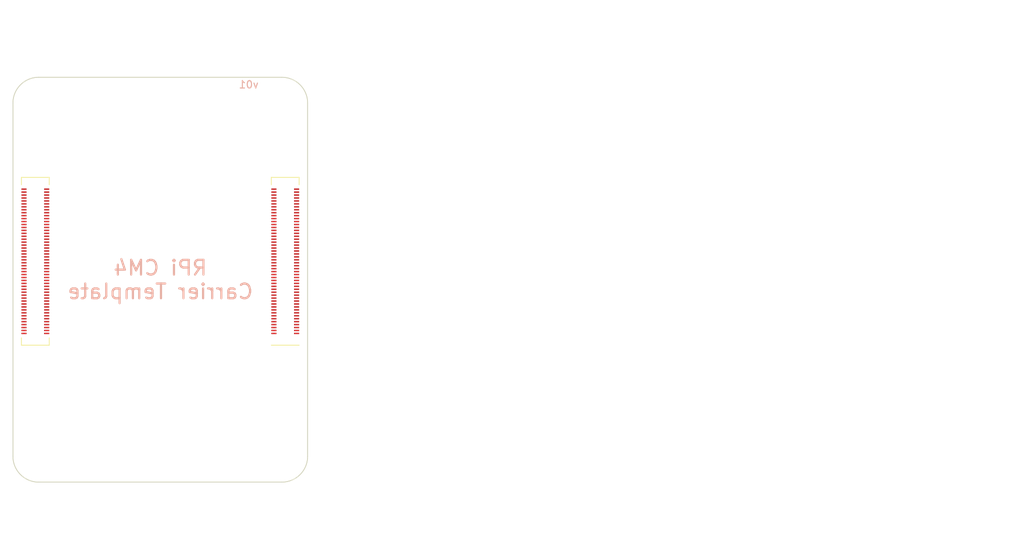
<source format=kicad_pcb>
(kicad_pcb (version 20241229) (generator "pcbnew") (generator_version "9.0")
  (title_block (title "Raspberry Pi Compute Module 4 Carrier Template") (date "2020-10-31") (rev "v01") (comment 2 "creativecommons.org/licenses/by/4.0/") (comment 3 "License: CC BY 4.0") (comment 4 "Author: Shawn Hymel"))
  (layers (0 "F.Cu" signal) (2 "B.Cu" signal) (13 "F.Paste" user) (15 "B.Paste" user) (5 "F.SilkS" user "F.Silkscreen") (7 "B.SilkS" user "B.Silkscreen") (1 "F.Mask" user) (3 "B.Mask" user) (25 "Edge.Cuts" user))
  (net 0 "")
  (net 1 "GND")
  (net 12 "+1.8V")
  (net 31 "+3.3V")
  (net 34 "+5V")
  (footprint "CM4IO:Raspberry-Pi-4-Compute-Module" (layer "F.Cu") (at 163 82 180)
    (property "Reference" "Module1" (hide yes))
    (property "Value" "ComputeModule4-CM4")
    (fp_line (start 36.5 0) (end 36.5 -48) (stroke (width 0.12)) (layer "F.SilkS"))
    (fp_line (start 35.35 -10.1) (end 35.35 -11.1) (stroke (width 0.12)) (layer "F.SilkS"))
    (fp_line (start 35.35 -32.9) (end 35.35 -31.9) (stroke (width 0.12)) (layer "F.SilkS"))
    (fp_line (start 33 -51.5) (end 0 -51.5) (stroke (width 0.12)) (layer "F.SilkS"))
    (fp_line (start 31.57 -10.1) (end 35.35 -10.1) (stroke (width 0.12)) (layer "F.SilkS"))
    (fp_line (start 31.57 -10.1) (end 31.57 -11.1) (stroke (width 0.12)) (layer "F.SilkS"))
    (fp_line (start 31.57 -32.9) (end 35.35 -32.9) (stroke (width 0.12)) (layer "F.SilkS"))
    (fp_line (start 31.57 -32.9) (end 31.57 -31.9) (stroke (width 0.12)) (layer "F.SilkS"))
    (fp_line (start 1.43 -10.1) (end 1.43 -11.1) (stroke (width 0.12)) (layer "F.SilkS"))
    (fp_line (start 0 3.5) (end 33 3.5) (stroke (width 0.12)) (layer "F.SilkS"))
    (fp_line (start -2.35 -10.1) (end 1.43 -10.1) (stroke (width 0.12)) (layer "F.SilkS"))
    (fp_line (start -2.35 -10.1) (end -2.35 -11.1) (stroke (width 0.12)) (layer "F.SilkS"))
    (fp_line (start -2.35 -32.9) (end 1.43 -32.9) (stroke (width 0.12)) (layer "F.SilkS"))
    (fp_line (start -3.5 -48) (end -3.5 0) (stroke (width 0.12)) (layer "F.SilkS"))
    (fp_arc (start 36.5 0) (mid 35.474874 2.474874) (end 33 3.5) (stroke (width 0.12)) (layer "F.SilkS"))
    (fp_arc (start 33 -51.5) (mid 35.474874 -50.474874) (end 36.5 -48) (stroke (width 0.12)) (layer "F.SilkS"))
    (fp_arc (start 0 3.5) (mid -2.474874 2.474874) (end -3.5 0) (stroke (width 0.12)) (layer "F.SilkS"))
    (fp_arc (start -3.5 -48) (mid -2.474874 -50.474874) (end 0 -51.5) (stroke (width 0.12)) (layer "F.SilkS"))
    (pad "" np_thru_hole circle (at 0 -48 180) (size 2.7 2.7) (drill 2.7) (layers "*.Cu" "*.Mask") (clearance 1.7))
    (pad "" np_thru_hole circle (at 0 0 180) (size 2.7 2.7) (drill 2.7) (layers "*.Cu" "*.Mask") (clearance 1.7))
    (pad "" np_thru_hole circle (at 33 -48 180) (size 2.7 2.7) (drill 2.7) (layers "*.Cu" "*.Mask") (clearance 1.7))
    (pad "" np_thru_hole circle (at 33 0 180) (size 2.7 2.7) (drill 2.7) (layers "*.Cu" "*.Mask") (clearance 1.7))
    (pad "1" smd rect (at -2 -31.3 90) (size 0.2 0.7) (layers "F.Cu" "F.Mask" "F.Paste") (net 1 "GND"))
    (pad "2" smd rect (at 1.08 -31.3 90) (size 0.2 0.7) (layers "F.Cu" "F.Mask" "F.Paste") (net 1 "GND"))
    (pad "3" smd rect (at -2 -30.9 90) (size 0.2 0.7) (layers "F.Cu" "F.Mask" "F.Paste"))
    (pad "4" smd rect (at 1.08 -30.9 90) (size 0.2 0.7) (layers "F.Cu" "F.Mask" "F.Paste"))
    (pad "5" smd rect (at -2 -30.5 90) (size 0.2 0.7) (layers "F.Cu" "F.Mask" "F.Paste"))
    (pad "6" smd rect (at 1.08 -30.5 90) (size 0.2 0.7) (layers "F.Cu" "F.Mask" "F.Paste"))
    (pad "7" smd rect (at -2 -30.1 90) (size 0.2 0.7) (layers "F.Cu" "F.Mask" "F.Paste") (net 1 "GND"))
    (pad "8" smd rect (at 1.08 -30.1 90) (size 0.2 0.7) (layers "F.Cu" "F.Mask" "F.Paste") (net 1 "GND"))
    (pad "9" smd rect (at -2 -29.7 90) (size 0.2 0.7) (layers "F.Cu" "F.Mask" "F.Paste"))
    (pad "10" smd rect (at 1.08 -29.7 90) (size 0.2 0.7) (layers "F.Cu" "F.Mask" "F.Paste"))
    (pad "11" smd rect (at -2 -29.3 90) (size 0.2 0.7) (layers "F.Cu" "F.Mask" "F.Paste"))
    (pad "12" smd rect (at 1.08 -29.3 90) (size 0.2 0.7) (layers "F.Cu" "F.Mask" "F.Paste"))
    (pad "13" smd rect (at -2 -28.9 90) (size 0.2 0.7) (layers "F.Cu" "F.Mask" "F.Paste") (net 1 "GND"))
    (pad "14" smd rect (at 1.08 -28.9 90) (size 0.2 0.7) (layers "F.Cu" "F.Mask" "F.Paste") (net 1 "GND"))
    (pad "15" smd rect (at -2 -28.5 90) (size 0.2 0.7) (layers "F.Cu" "F.Mask" "F.Paste"))
    (pad "16" smd rect (at 1.08 -28.5 90) (size 0.2 0.7) (layers "F.Cu" "F.Mask" "F.Paste"))
    (pad "17" smd rect (at -2 -28.1 90) (size 0.2 0.7) (layers "F.Cu" "F.Mask" "F.Paste"))
    (pad "18" smd rect (at 1.08 -28.1 90) (size 0.2 0.7) (layers "F.Cu" "F.Mask" "F.Paste"))
    (pad "19" smd rect (at -2 -27.7 90) (size 0.2 0.7) (layers "F.Cu" "F.Mask" "F.Paste"))
    (pad "20" smd rect (at 1.08 -27.7 90) (size 0.2 0.7) (layers "F.Cu" "F.Mask" "F.Paste"))
    (pad "21" smd rect (at -2 -27.3 90) (size 0.2 0.7) (layers "F.Cu" "F.Mask" "F.Paste"))
    (pad "22" smd rect (at 1.08 -27.3 90) (size 0.2 0.7) (layers "F.Cu" "F.Mask" "F.Paste") (net 1 "GND"))
    (pad "23" smd rect (at -2 -26.9 90) (size 0.2 0.7) (layers "F.Cu" "F.Mask" "F.Paste") (net 1 "GND"))
    (pad "24" smd rect (at 1.08 -26.9 90) (size 0.2 0.7) (layers "F.Cu" "F.Mask" "F.Paste"))
    (pad "25" smd rect (at -2 -26.5 90) (size 0.2 0.7) (layers "F.Cu" "F.Mask" "F.Paste"))
    (pad "26" smd rect (at 1.08 -26.5 90) (size 0.2 0.7) (layers "F.Cu" "F.Mask" "F.Paste"))
    (pad "27" smd rect (at -2 -26.1 90) (size 0.2 0.7) (layers "F.Cu" "F.Mask" "F.Paste"))
    (pad "28" smd rect (at 1.08 -26.1 90) (size 0.2 0.7) (layers "F.Cu" "F.Mask" "F.Paste"))
    (pad "29" smd rect (at -2 -25.7 90) (size 0.2 0.7) (layers "F.Cu" "F.Mask" "F.Paste"))
    (pad "30" smd rect (at 1.08 -25.7 90) (size 0.2 0.7) (layers "F.Cu" "F.Mask" "F.Paste"))
    (pad "31" smd rect (at -2 -25.3 90) (size 0.2 0.7) (layers "F.Cu" "F.Mask" "F.Paste"))
    (pad "32" smd rect (at 1.08 -25.3 90) (size 0.2 0.7) (layers "F.Cu" "F.Mask" "F.Paste") (net 1 "GND"))
    (pad "33" smd rect (at -2 -24.9 90) (size 0.2 0.7) (layers "F.Cu" "F.Mask" "F.Paste") (net 1 "GND"))
    (pad "34" smd rect (at 1.08 -24.9 90) (size 0.2 0.7) (layers "F.Cu" "F.Mask" "F.Paste"))
    (pad "35" smd rect (at -2 -24.5 90) (size 0.2 0.7) (layers "F.Cu" "F.Mask" "F.Paste"))
    (pad "36" smd rect (at 1.08 -24.5 90) (size 0.2 0.7) (layers "F.Cu" "F.Mask" "F.Paste"))
    (pad "37" smd rect (at -2 -24.1 90) (size 0.2 0.7) (layers "F.Cu" "F.Mask" "F.Paste"))
    (pad "38" smd rect (at 1.08 -24.1 90) (size 0.2 0.7) (layers "F.Cu" "F.Mask" "F.Paste"))
    (pad "39" smd rect (at -2 -23.7 90) (size 0.2 0.7) (layers "F.Cu" "F.Mask" "F.Paste"))
    (pad "40" smd rect (at 1.08 -23.7 90) (size 0.2 0.7) (layers "F.Cu" "F.Mask" "F.Paste"))
    (pad "41" smd rect (at -2 -23.3 90) (size 0.2 0.7) (layers "F.Cu" "F.Mask" "F.Paste"))
    (pad "42" smd rect (at 1.08 -23.3 90) (size 0.2 0.7) (layers "F.Cu" "F.Mask" "F.Paste") (net 1 "GND"))
    (pad "43" smd rect (at -2 -22.9 90) (size 0.2 0.7) (layers "F.Cu" "F.Mask" "F.Paste") (net 1 "GND"))
    (pad "44" smd rect (at 1.08 -22.9 90) (size 0.2 0.7) (layers "F.Cu" "F.Mask" "F.Paste"))
    (pad "45" smd rect (at -2 -22.5 90) (size 0.2 0.7) (layers "F.Cu" "F.Mask" "F.Paste"))
    (pad "46" smd rect (at 1.08 -22.5 90) (size 0.2 0.7) (layers "F.Cu" "F.Mask" "F.Paste"))
    (pad "47" smd rect (at -2 -22.1 90) (size 0.2 0.7) (layers "F.Cu" "F.Mask" "F.Paste"))
    (pad "48" smd rect (at 1.08 -22.1 90) (size 0.2 0.7) (layers "F.Cu" "F.Mask" "F.Paste"))
    (pad "49" smd rect (at -2 -21.7 90) (size 0.2 0.7) (layers "F.Cu" "F.Mask" "F.Paste"))
    (pad "50" smd rect (at 1.08 -21.7 90) (size 0.2 0.7) (layers "F.Cu" "F.Mask" "F.Paste"))
    (pad "51" smd rect (at -2 -21.3 90) (size 0.2 0.7) (layers "F.Cu" "F.Mask" "F.Paste"))
    (pad "52" smd rect (at 1.08 -21.3 90) (size 0.2 0.7) (layers "F.Cu" "F.Mask" "F.Paste") (net 1 "GND"))
    (pad "53" smd rect (at -2 -20.9 90) (size 0.2 0.7) (layers "F.Cu" "F.Mask" "F.Paste") (net 1 "GND"))
    (pad "54" smd rect (at 1.08 -20.9 90) (size 0.2 0.7) (layers "F.Cu" "F.Mask" "F.Paste"))
    (pad "55" smd rect (at -2 -20.5 90) (size 0.2 0.7) (layers "F.Cu" "F.Mask" "F.Paste"))
    (pad "56" smd rect (at 1.08 -20.5 90) (size 0.2 0.7) (layers "F.Cu" "F.Mask" "F.Paste"))
    (pad "57" smd rect (at -2 -20.1 90) (size 0.2 0.7) (layers "F.Cu" "F.Mask" "F.Paste"))
    (pad "58" smd rect (at 1.08 -20.1 90) (size 0.2 0.7) (layers "F.Cu" "F.Mask" "F.Paste"))
    (pad "59" smd rect (at -2 -19.7 90) (size 0.2 0.7) (layers "F.Cu" "F.Mask" "F.Paste") (net 1 "GND"))
    (pad "60" smd rect (at 1.08 -19.7 90) (size 0.2 0.7) (layers "F.Cu" "F.Mask" "F.Paste") (net 1 "GND"))
    (pad "61" smd rect (at -2 -19.3 90) (size 0.2 0.7) (layers "F.Cu" "F.Mask" "F.Paste"))
    (pad "62" smd rect (at 1.08 -19.3 90) (size 0.2 0.7) (layers "F.Cu" "F.Mask" "F.Paste"))
    (pad "63" smd rect (at -2 -18.9 90) (size 0.2 0.7) (layers "F.Cu" "F.Mask" "F.Paste"))
    (pad "64" smd rect (at 1.08 -18.9 90) (size 0.2 0.7) (layers "F.Cu" "F.Mask" "F.Paste"))
    (pad "65" smd rect (at -2 -18.5 90) (size 0.2 0.7) (layers "F.Cu" "F.Mask" "F.Paste") (net 1 "GND"))
    (pad "66" smd rect (at 1.08 -18.5 90) (size 0.2 0.7) (layers "F.Cu" "F.Mask" "F.Paste") (net 1 "GND"))
    (pad "67" smd rect (at -2 -18.1 90) (size 0.2 0.7) (layers "F.Cu" "F.Mask" "F.Paste"))
    (pad "68" smd rect (at 1.08 -18.1 90) (size 0.2 0.7) (layers "F.Cu" "F.Mask" "F.Paste"))
    (pad "69" smd rect (at -2 -17.7 90) (size 0.2 0.7) (layers "F.Cu" "F.Mask" "F.Paste"))
    (pad "70" smd rect (at 1.08 -17.7 90) (size 0.2 0.7) (layers "F.Cu" "F.Mask" "F.Paste"))
    (pad "71" smd rect (at -2 -17.3 90) (size 0.2 0.7) (layers "F.Cu" "F.Mask" "F.Paste") (net 1 "GND"))
    (pad "72" smd rect (at 1.08 -17.3 90) (size 0.2 0.7) (layers "F.Cu" "F.Mask" "F.Paste"))
    (pad "73" smd rect (at -2 -16.9 90) (size 0.2 0.7) (layers "F.Cu" "F.Mask" "F.Paste"))
    (pad "74" smd rect (at 1.08 -16.9 90) (size 0.2 0.7) (layers "F.Cu" "F.Mask" "F.Paste") (net 1 "GND"))
    (pad "75" smd rect (at -2 -16.5 90) (size 0.2 0.7) (layers "F.Cu" "F.Mask" "F.Paste"))
    (pad "76" smd rect (at 1.08 -16.5 90) (size 0.2 0.7) (layers "F.Cu" "F.Mask" "F.Paste"))
    (pad "77" smd rect (at -2 -16.1 90) (size 0.2 0.7) (layers "F.Cu" "F.Mask" "F.Paste") (net 34 "+5V"))
    (pad "78" smd rect (at 1.08 -16.1 90) (size 0.2 0.7) (layers "F.Cu" "F.Mask" "F.Paste"))
    (pad "79" smd rect (at -2 -15.7 90) (size 0.2 0.7) (layers "F.Cu" "F.Mask" "F.Paste") (net 34 "+5V"))
    (pad "80" smd rect (at 1.08 -15.7 90) (size 0.2 0.7) (layers "F.Cu" "F.Mask" "F.Paste"))
    (pad "81" smd rect (at -2 -15.3 90) (size 0.2 0.7) (layers "F.Cu" "F.Mask" "F.Paste") (net 34 "+5V"))
    (pad "82" smd rect (at 1.08 -15.3 90) (size 0.2 0.7) (layers "F.Cu" "F.Mask" "F.Paste"))
    (pad "83" smd rect (at -2 -14.9 90) (size 0.2 0.7) (layers "F.Cu" "F.Mask" "F.Paste") (net 34 "+5V"))
    (pad "84" smd rect (at 1.08 -14.9 90) (size 0.2 0.7) (layers "F.Cu" "F.Mask" "F.Paste") (net 31 "+3.3V"))
    (pad "85" smd rect (at -2 -14.5 90) (size 0.2 0.7) (layers "F.Cu" "F.Mask" "F.Paste") (net 34 "+5V"))
    (pad "86" smd rect (at 1.08 -14.5 90) (size 0.2 0.7) (layers "F.Cu" "F.Mask" "F.Paste") (net 31 "+3.3V"))
    (pad "87" smd rect (at -2 -14.1 90) (size 0.2 0.7) (layers "F.Cu" "F.Mask" "F.Paste") (net 34 "+5V"))
    (pad "88" smd rect (at 1.08 -14.1 90) (size 0.2 0.7) (layers "F.Cu" "F.Mask" "F.Paste") (net 12 "+1.8V"))
    (pad "89" smd rect (at -2 -13.7 90) (size 0.2 0.7) (layers "F.Cu" "F.Mask" "F.Paste"))
    (pad "90" smd rect (at 1.08 -13.7 90) (size 0.2 0.7) (layers "F.Cu" "F.Mask" "F.Paste") (net 12 "+1.8V"))
    (pad "91" smd rect (at -2 -13.3 90) (size 0.2 0.7) (layers "F.Cu" "F.Mask" "F.Paste"))
    (pad "92" smd rect (at 1.08 -13.3 90) (size 0.2 0.7) (layers "F.Cu" "F.Mask" "F.Paste"))
    (pad "93" smd rect (at -2 -12.9 90) (size 0.2 0.7) (layers "F.Cu" "F.Mask" "F.Paste"))
    (pad "94" smd rect (at 1.08 -12.9 90) (size 0.2 0.7) (layers "F.Cu" "F.Mask" "F.Paste"))
    (pad "95" smd rect (at -2 -12.5 90) (size 0.2 0.7) (layers "F.Cu" "F.Mask" "F.Paste"))
    (pad "96" smd rect (at 1.08 -12.5 90) (size 0.2 0.7) (layers "F.Cu" "F.Mask" "F.Paste"))
    (pad "97" smd rect (at -2 -12.1 90) (size 0.2 0.7) (layers "F.Cu" "F.Mask" "F.Paste"))
    (pad "98" smd rect (at 1.08 -12.1 90) (size 0.2 0.7) (layers "F.Cu" "F.Mask" "F.Paste") (net 1 "GND"))
    (pad "99" smd rect (at -2 -11.7 90) (size 0.2 0.7) (layers "F.Cu" "F.Mask" "F.Paste"))
    (pad "100" smd rect (at 1.08 -11.7 90) (size 0.2 0.7) (layers "F.Cu" "F.Mask" "F.Paste"))
    (pad "101" smd rect (at 31.92 -31.3 90) (size 0.2 0.7) (layers "F.Cu" "F.Mask" "F.Paste"))
    (pad "102" smd rect (at 35 -31.3 90) (size 0.2 0.7) (layers "F.Cu" "F.Mask" "F.Paste"))
    (pad "103" smd rect (at 31.92 -30.9 90) (size 0.2 0.7) (layers "F.Cu" "F.Mask" "F.Paste"))
    (pad "104" smd rect (at 35 -30.9 90) (size 0.2 0.7) (layers "F.Cu" "F.Mask" "F.Paste"))
    (pad "105" smd rect (at 31.92 -30.5 90) (size 0.2 0.7) (layers "F.Cu" "F.Mask" "F.Paste"))
    (pad "106" smd rect (at 35 -30.5 90) (size 0.2 0.7) (layers "F.Cu" "F.Mask" "F.Paste"))
    (pad "107" smd rect (at 31.92 -30.1 90) (size 0.2 0.7) (layers "F.Cu" "F.Mask" "F.Paste") (net 1 "GND"))
    (pad "108" smd rect (at 35 -30.1 90) (size 0.2 0.7) (layers "F.Cu" "F.Mask" "F.Paste") (net 1 "GND"))
    (pad "109" smd rect (at 31.92 -29.7 90) (size 0.2 0.7) (layers "F.Cu" "F.Mask" "F.Paste"))
    (pad "110" smd rect (at 35 -29.7 90) (size 0.2 0.7) (layers "F.Cu" "F.Mask" "F.Paste"))
    (pad "111" smd rect (at 31.92 -29.3 90) (size 0.2 0.7) (layers "F.Cu" "F.Mask" "F.Paste"))
    (pad "112" smd rect (at 35 -29.3 90) (size 0.2 0.7) (layers "F.Cu" "F.Mask" "F.Paste"))
    (pad "113" smd rect (at 31.92 -28.9 90) (size 0.2 0.7) (layers "F.Cu" "F.Mask" "F.Paste") (net 1 "GND"))
    (pad "114" smd rect (at 35 -28.9 90) (size 0.2 0.7) (layers "F.Cu" "F.Mask" "F.Paste") (net 1 "GND"))
    (pad "115" smd rect (at 31.92 -28.5 90) (size 0.2 0.7) (layers "F.Cu" "F.Mask" "F.Paste"))
    (pad "116" smd rect (at 35 -28.5 90) (size 0.2 0.7) (layers "F.Cu" "F.Mask" "F.Paste"))
    (pad "117" smd rect (at 31.92 -28.1 90) (size 0.2 0.7) (layers "F.Cu" "F.Mask" "F.Paste"))
    (pad "118" smd rect (at 35 -28.1 90) (size 0.2 0.7) (layers "F.Cu" "F.Mask" "F.Paste"))
    (pad "119" smd rect (at 31.92 -27.7 90) (size 0.2 0.7) (layers "F.Cu" "F.Mask" "F.Paste") (net 1 "GND"))
    (pad "120" smd rect (at 35 -27.7 90) (size 0.2 0.7) (layers "F.Cu" "F.Mask" "F.Paste") (net 1 "GND"))
    (pad "121" smd rect (at 31.92 -27.3 90) (size 0.2 0.7) (layers "F.Cu" "F.Mask" "F.Paste"))
    (pad "122" smd rect (at 35 -27.3 90) (size 0.2 0.7) (layers "F.Cu" "F.Mask" "F.Paste"))
    (pad "123" smd rect (at 31.92 -26.9 90) (size 0.2 0.7) (layers "F.Cu" "F.Mask" "F.Paste"))
    (pad "124" smd rect (at 35 -26.9 90) (size 0.2 0.7) (layers "F.Cu" "F.Mask" "F.Paste"))
    (pad "125" smd rect (at 31.92 -26.5 90) (size 0.2 0.7) (layers "F.Cu" "F.Mask" "F.Paste") (net 1 "GND"))
    (pad "126" smd rect (at 35 -26.5 90) (size 0.2 0.7) (layers "F.Cu" "F.Mask" "F.Paste") (net 1 "GND"))
    (pad "127" smd rect (at 31.92 -26.1 90) (size 0.2 0.7) (layers "F.Cu" "F.Mask" "F.Paste"))
    (pad "128" smd rect (at 35 -26.1 90) (size 0.2 0.7) (layers "F.Cu" "F.Mask" "F.Paste"))
    (pad "129" smd rect (at 31.92 -25.7 90) (size 0.2 0.7) (layers "F.Cu" "F.Mask" "F.Paste"))
    (pad "130" smd rect (at 35 -25.7 90) (size 0.2 0.7) (layers "F.Cu" "F.Mask" "F.Paste"))
    (pad "131" smd rect (at 31.92 -25.3 90) (size 0.2 0.7) (layers "F.Cu" "F.Mask" "F.Paste") (net 1 "GND"))
    (pad "132" smd rect (at 35 -25.3 90) (size 0.2 0.7) (layers "F.Cu" "F.Mask" "F.Paste") (net 1 "GND"))
    (pad "133" smd rect (at 31.92 -24.9 90) (size 0.2 0.7) (layers "F.Cu" "F.Mask" "F.Paste"))
    (pad "134" smd rect (at 35 -24.9 90) (size 0.2 0.7) (layers "F.Cu" "F.Mask" "F.Paste"))
    (pad "135" smd rect (at 31.92 -24.5 90) (size 0.2 0.7) (layers "F.Cu" "F.Mask" "F.Paste"))
    (pad "136" smd rect (at 35 -24.5 90) (size 0.2 0.7) (layers "F.Cu" "F.Mask" "F.Paste"))
    (pad "137" smd rect (at 31.92 -24.1 90) (size 0.2 0.7) (layers "F.Cu" "F.Mask" "F.Paste") (net 1 "GND"))
    (pad "138" smd rect (at 35 -24.1 90) (size 0.2 0.7) (layers "F.Cu" "F.Mask" "F.Paste") (net 1 "GND"))
    (pad "139" smd rect (at 31.92 -23.7 90) (size 0.2 0.7) (layers "F.Cu" "F.Mask" "F.Paste"))
    (pad "140" smd rect (at 35 -23.7 90) (size 0.2 0.7) (layers "F.Cu" "F.Mask" "F.Paste"))
    (pad "141" smd rect (at 31.92 -23.3 90) (size 0.2 0.7) (layers "F.Cu" "F.Mask" "F.Paste"))
    (pad "142" smd rect (at 35 -23.3 90) (size 0.2 0.7) (layers "F.Cu" "F.Mask" "F.Paste"))
    (pad "143" smd rect (at 31.92 -22.9 90) (size 0.2 0.7) (layers "F.Cu" "F.Mask" "F.Paste"))
    (pad "144" smd rect (at 35 -22.9 90) (size 0.2 0.7) (layers "F.Cu" "F.Mask" "F.Paste") (net 1 "GND"))
    (pad "145" smd rect (at 31.92 -22.5 90) (size 0.2 0.7) (layers "F.Cu" "F.Mask" "F.Paste"))
    (pad "146" smd rect (at 35 -22.5 90) (size 0.2 0.7) (layers "F.Cu" "F.Mask" "F.Paste"))
    (pad "147" smd rect (at 31.92 -22.1 90) (size 0.2 0.7) (layers "F.Cu" "F.Mask" "F.Paste"))
    (pad "148" smd rect (at 35 -22.1 90) (size 0.2 0.7) (layers "F.Cu" "F.Mask" "F.Paste"))
    (pad "149" smd rect (at 31.92 -21.7 90) (size 0.2 0.7) (layers "F.Cu" "F.Mask" "F.Paste"))
    (pad "150" smd rect (at 35 -21.7 90) (size 0.2 0.7) (layers "F.Cu" "F.Mask" "F.Paste") (net 1 "GND"))
    (pad "151" smd rect (at 31.92 -21.3 90) (size 0.2 0.7) (layers "F.Cu" "F.Mask" "F.Paste"))
    (pad "152" smd rect (at 35 -21.3 90) (size 0.2 0.7) (layers "F.Cu" "F.Mask" "F.Paste"))
    (pad "153" smd rect (at 31.92 -20.9 90) (size 0.2 0.7) (layers "F.Cu" "F.Mask" "F.Paste"))
    (pad "154" smd rect (at 35 -20.9 90) (size 0.2 0.7) (layers "F.Cu" "F.Mask" "F.Paste"))
    (pad "155" smd rect (at 31.92 -20.5 90) (size 0.2 0.7) (layers "F.Cu" "F.Mask" "F.Paste") (net 1 "GND"))
    (pad "156" smd rect (at 35 -20.5 90) (size 0.2 0.7) (layers "F.Cu" "F.Mask" "F.Paste") (net 1 "GND"))
    (pad "157" smd rect (at 31.92 -20.1 90) (size 0.2 0.7) (layers "F.Cu" "F.Mask" "F.Paste"))
    (pad "158" smd rect (at 35 -20.1 90) (size 0.2 0.7) (layers "F.Cu" "F.Mask" "F.Paste"))
    (pad "159" smd rect (at 31.92 -19.7 90) (size 0.2 0.7) (layers "F.Cu" "F.Mask" "F.Paste"))
    (pad "160" smd rect (at 35 -19.7 90) (size 0.2 0.7) (layers "F.Cu" "F.Mask" "F.Paste"))
    (pad "161" smd rect (at 31.92 -19.3 90) (size 0.2 0.7) (layers "F.Cu" "F.Mask" "F.Paste") (net 1 "GND"))
    (pad "162" smd rect (at 35 -19.3 90) (size 0.2 0.7) (layers "F.Cu" "F.Mask" "F.Paste") (net 1 "GND"))
    (pad "163" smd rect (at 31.92 -18.9 90) (size 0.2 0.7) (layers "F.Cu" "F.Mask" "F.Paste"))
    (pad "164" smd rect (at 35 -18.9 90) (size 0.2 0.7) (layers "F.Cu" "F.Mask" "F.Paste"))
    (pad "165" smd rect (at 31.92 -18.5 90) (size 0.2 0.7) (layers "F.Cu" "F.Mask" "F.Paste"))
    (pad "166" smd rect (at 35 -18.5 90) (size 0.2 0.7) (layers "F.Cu" "F.Mask" "F.Paste"))
    (pad "167" smd rect (at 31.92 -18.1 90) (size 0.2 0.7) (layers "F.Cu" "F.Mask" "F.Paste") (net 1 "GND"))
    (pad "168" smd rect (at 35 -18.1 90) (size 0.2 0.7) (layers "F.Cu" "F.Mask" "F.Paste") (net 1 "GND"))
    (pad "169" smd rect (at 31.92 -17.7 90) (size 0.2 0.7) (layers "F.Cu" "F.Mask" "F.Paste"))
    (pad "170" smd rect (at 35 -17.7 90) (size 0.2 0.7) (layers "F.Cu" "F.Mask" "F.Paste"))
    (pad "171" smd rect (at 31.92 -17.3 90) (size 0.2 0.7) (layers "F.Cu" "F.Mask" "F.Paste"))
    (pad "172" smd rect (at 35 -17.3 90) (size 0.2 0.7) (layers "F.Cu" "F.Mask" "F.Paste"))
    (pad "173" smd rect (at 31.92 -16.9 90) (size 0.2 0.7) (layers "F.Cu" "F.Mask" "F.Paste") (net 1 "GND"))
    (pad "174" smd rect (at 35 -16.9 90) (size 0.2 0.7) (layers "F.Cu" "F.Mask" "F.Paste") (net 1 "GND"))
    (pad "175" smd rect (at 31.92 -16.5 90) (size 0.2 0.7) (layers "F.Cu" "F.Mask" "F.Paste"))
    (pad "176" smd rect (at 35 -16.5 90) (size 0.2 0.7) (layers "F.Cu" "F.Mask" "F.Paste"))
    (pad "177" smd rect (at 31.92 -16.1 90) (size 0.2 0.7) (layers "F.Cu" "F.Mask" "F.Paste"))
    (pad "178" smd rect (at 35 -16.1 90) (size 0.2 0.7) (layers "F.Cu" "F.Mask" "F.Paste"))
    (pad "179" smd rect (at 31.92 -15.7 90) (size 0.2 0.7) (layers "F.Cu" "F.Mask" "F.Paste") (net 1 "GND"))
    (pad "180" smd rect (at 35 -15.7 90) (size 0.2 0.7) (layers "F.Cu" "F.Mask" "F.Paste") (net 1 "GND"))
    (pad "181" smd rect (at 31.92 -15.3 90) (size 0.2 0.7) (layers "F.Cu" "F.Mask" "F.Paste"))
    (pad "182" smd rect (at 35 -15.3 90) (size 0.2 0.7) (layers "F.Cu" "F.Mask" "F.Paste"))
    (pad "183" smd rect (at 31.92 -14.9 90) (size 0.2 0.7) (layers "F.Cu" "F.Mask" "F.Paste"))
    (pad "184" smd rect (at 35 -14.9 90) (size 0.2 0.7) (layers "F.Cu" "F.Mask" "F.Paste"))
    (pad "185" smd rect (at 31.92 -14.5 90) (size 0.2 0.7) (layers "F.Cu" "F.Mask" "F.Paste") (net 1 "GND"))
    (pad "186" smd rect (at 35 -14.5 90) (size 0.2 0.7) (layers "F.Cu" "F.Mask" "F.Paste") (net 1 "GND"))
    (pad "187" smd rect (at 31.92 -14.1 90) (size 0.2 0.7) (layers "F.Cu" "F.Mask" "F.Paste"))
    (pad "188" smd rect (at 35 -14.1 90) (size 0.2 0.7) (layers "F.Cu" "F.Mask" "F.Paste"))
    (pad "189" smd rect (at 31.92 -13.7 90) (size 0.2 0.7) (layers "F.Cu" "F.Mask" "F.Paste"))
    (pad "190" smd rect (at 35 -13.7 90) (size 0.2 0.7) (layers "F.Cu" "F.Mask" "F.Paste"))
    (pad "191" smd rect (at 31.92 -13.3 90) (size 0.2 0.7) (layers "F.Cu" "F.Mask" "F.Paste") (net 1 "GND"))
    (pad "192" smd rect (at 35 -13.3 90) (size 0.2 0.7) (layers "F.Cu" "F.Mask" "F.Paste") (net 1 "GND"))
    (pad "193" smd rect (at 31.92 -12.9 90) (size 0.2 0.7) (layers "F.Cu" "F.Mask" "F.Paste"))
    (pad "194" smd rect (at 35 -12.9 90) (size 0.2 0.7) (layers "F.Cu" "F.Mask" "F.Paste"))
    (pad "195" smd rect (at 31.92 -12.5 90) (size 0.2 0.7) (layers "F.Cu" "F.Mask" "F.Paste"))
    (pad "196" smd rect (at 35 -12.5 90) (size 0.2 0.7) (layers "F.Cu" "F.Mask" "F.Paste"))
    (pad "197" smd rect (at 31.92 -12.1 90) (size 0.2 0.7) (layers "F.Cu" "F.Mask" "F.Paste") (net 1 "GND"))
    (pad "198" smd rect (at 35 -12.1 90) (size 0.2 0.7) (layers "F.Cu" "F.Mask" "F.Paste") (net 1 "GND"))
    (pad "199" smd rect (at 31.92 -11.7 90) (size 0.2 0.7) (layers "F.Cu" "F.Mask" "F.Paste"))
    (pad "200" smd rect (at 35 -11.7 90) (size 0.2 0.7) (layers "F.Cu" "F.Mask" "F.Paste"))
  )
  (gr_line (start 166.5 130) (end 166.5 82) (stroke (width 0.1)) (layer "Edge.Cuts"))
  (gr_arc (start 126.5 82) (mid 127.525126 79.525126) (end 130 78.5) (stroke (width 0.1)) (layer "Edge.Cuts"))
  (gr_line (start 126.5 82) (end 126.5 130) (stroke (width 0.1)) (layer "Edge.Cuts"))
  (gr_line (start 130 133.5) (end 163 133.5) (stroke (width 0.1)) (layer "Edge.Cuts"))
  (gr_arc (start 130 133.5) (mid 127.525126 132.474874) (end 126.5 130) (stroke (width 0.1)) (layer "Edge.Cuts"))
  (gr_line (start 163 78.5) (end 130 78.5) (stroke (width 0.1)) (layer "Edge.Cuts"))
  (gr_arc (start 166.5 130) (mid 165.474874 132.474874) (end 163 133.5) (stroke (width 0.1)) (layer "Edge.Cuts"))
  (gr_arc (start 163 78.5) (mid 165.474874 79.525126) (end 166.5 82) (stroke (width 0.1)) (layer "Edge.Cuts"))
  (gr_text "RPi CM4\nCarrier Template" (at 146.5 106 0) (layer "B.SilkS") (effects (font (size 2 2) (thickness 0.3)) (justify mirror)))
  (gr_text "v01" (at 158.5 79.5 0) (layer "B.SilkS") (effects (font (size 1 1)) (justify mirror)))
)
</source>
